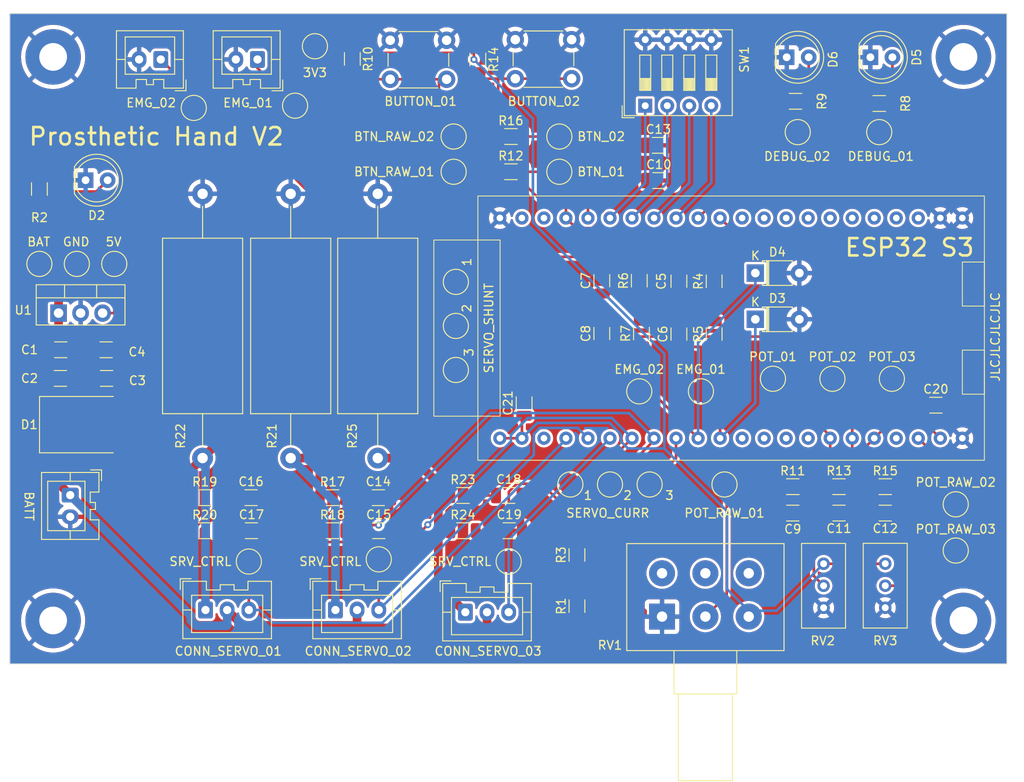
<source format=kicad_pcb>
(kicad_pcb (version 20221018) (generator pcbnew)
  (layers (0 "F.Cu" signal) (31 "B.Cu" signal) (34 "B.Paste" user) (35 "F.Paste" user) (36 "B.SilkS" user "B.Silkscreen") (37 "F.SilkS" user "F.Silkscreen") (38 "B.Mask" user) (39 "F.Mask" user) (44 "Edge.Cuts" user))
  (net 0 "")
  (net 1 "+3V3")
  (net 3 "SERVO_CONTROL_01")
  (net 4 "SERVO_CONTROL_02")
  (net 5 "SERVO_CONTROL_03")
  (net 6 "SERVO_CURR_01")
  (net 7 "SERVO_CURR_02")
  (net 8 "SERVO_CURR_03")
  (net 9 "EMG_SENSOR_01")
  (net 10 "EMG_SENSOR_02")
  (net 15 "POT_01")
  (net 16 "POT_02")
  (net 17 "POT_03")
  (net 19 "BATT_SENSE")
  (net 20 "+5V")
  (net 21 "GND")
  (net 31 "DEBUG_LED_01")
  (net 32 "DEBUG_LED_02")
  (net 33 "DIP_SWITCH_00")
  (net 34 "DIP_SWITCH_01")
  (net 35 "DIP_SWITCH_02")
  (net 36 "DIP_SWITCH_03")
  (net 37 "BUTTON_01")
  (net 38 "BUTTON_02")
  (net 41 "+BATT")
  (net 42 "Net-(C5-Pad1)")
  (net 43 "Net-(C14-Pad1)")
  (net 44 "Net-(D2-A)")
  (net 45 "Net-(D5-A)")
  (net 46 "Net-(D6-A)")
  (net 47 "Net-(J2-Pin_1)")
  (net 48 "Net-(J3-Pin_1)")
  (net 49 "Net-(J4-Pin_1)")
  (net 50 "Net-(J6-Pin_1)")
  (net 51 "Net-(J5-Pin_1)")
  (net 52 "Net-(R10-Pad2)")
  (net 53 "Net-(R11-Pad1)")
  (net 54 "Net-(C7-Pad1)")
  (net 55 "Net-(C16-Pad1)")
  (net 56 "Net-(C18-Pad1)")
  (net 57 "Net-(R13-Pad1)")
  (net 58 "Net-(R14-Pad2)")
  (net 59 "Net-(R15-Pad1)")
  (footprint "Capacitor_SMD:C_1206_3216Metric" (layer "F.Cu") (at 147.877 104.648)
    (fp_text reference "C17")
    (fp_text value "100nF" hide)
  )
  (footprint "TestPoint:TestPoint_Pad_D2.5mm" (layer "F.Cu") (at 210.8865 58.674)
    (fp_text reference "TP9" hide)
    (fp_text value "TP_DEBUG_02" hide)
  )
  (footprint "Capacitor_SMD:C_1206_3216Metric" (layer "F.Cu") (at 194.867 64.262)
    (fp_text reference "C10")
    (fp_text value "0.1uF" hide)
  )
  (footprint "Resistor_THT:R_Axial_DIN0922_L20.0mm_D9.0mm_P30.48mm_Horizontal" (layer "F.Cu") (at 162.442 96.271 90)
    (fp_text reference "R25")
    (fp_text value "0.1" hide)
  )
  (footprint "Connector_JST:JST_XA_B03B-XASK-1_1x03_P2.50mm_Vertical" (layer "F.Cu") (at 142.574 113.792)
    (fp_text reference "J5" hide)
    (fp_text value "CONN_SERVO_01" hide)
  )
  (footprint "Capacitor_SMD:C_1206_3216Metric" (layer "F.Cu") (at 210.312 102.616 180)
    (fp_text reference "C9")
    (fp_text value "0.1uF" hide)
  )
  (footprint "TestPoint:TestPoint_Pad_D2.5mm" (layer "F.Cu") (at 184.658 99.314)
    (fp_text reference "TP26" hide)
    (fp_text value "TP_SERVO_CURR_01" hide)
  )
  (footprint "TestPoint:TestPoint_Pad_D2.5mm" (layer "F.Cu") (at 183.388 59.182)
    (fp_text reference "TP20" hide)
    (fp_text value "TP_BTN_02" hide)
  )
  (footprint "Resistor_SMD:R_1206_3216Metric" (layer "F.Cu") (at 123.416 65.2363 90)
    (fp_text reference "R2")
    (fp_text value "10k" hide)
  )
  (footprint "Button_Switch_THT:SW_DIP_SPSTx04_Slide_9.78x12.34mm_W7.62mm_P2.54mm" (layer "F.Cu") (at 193.294 55.626 90)
    (fp_text reference "SW1")
    (fp_text value "DIP_SWITCH" hide)
  )
  (footprint "Resistor_SMD:R_1206_3216Metric" (layer "F.Cu") (at 210.6275 55.118 180)
    (fp_text reference "R9")
    (fp_text value "220" hide)
  )
  (footprint "MountingHole:MountingHole_3.2mm_M3_Pad" (layer "F.Cu") (at 230 115)
    (fp_text reference "H4" hide)
    (fp_text value "MountingHole_Pad" hide)
  )
  (footprint "TestPoint:TestPoint_Pad_D2.5mm" (layer "F.Cu") (at 147.574 108.204)
    (fp_text reference "TP22" hide)
    (fp_text value "TP_SERVO_CONTROL_01" hide)
  )
  (footprint "Capacitor_SMD:C_1206_3216Metric" (layer "F.Cu") (at 188.288 81.9065 90)
    (fp_text reference "C8")
    (fp_text value "1uF" hide)
  )
  (footprint "Resistor_SMD:R_1206_3216Metric" (layer "F.Cu") (at 192.86 81.9065 90)
    (fp_text reference "R7")
    (fp_text value "10k" hide)
  )
  (footprint "Capacitor_SMD:C_1206_3216Metric" (layer "F.Cu") (at 226.822 90.17)
    (fp_text reference "C20")
    (fp_text value "0.1uF" hide)
  )
  (footprint "Capacitor_SMD:C_1206_3216Metric" (layer "F.Cu") (at 194.818 60.198)
    (fp_text reference "C13")
    (fp_text value "0.1uF" hide)
  )
  (footprint "Capacitor_SMD:C_1206_3216Metric" (layer "F.Cu") (at 131.118 83.7783 180)
    (fp_text reference "C4")
    (fp_text value "0.1uF" hide)
  )
  (footprint "Diode_SMD:D_SMC" (layer "F.Cu") (at 128.34 92.4143)
    (fp_text reference "D1")
    (fp_text value "SK36" hide)
  )
  (footprint "TestPoint:TestPoint_Pad_D2.5mm" (layer "F.Cu") (at 183.388 63.246)
    (fp_text reference "TP14" hide)
    (fp_text value "TP_BTN_01" hide)
  )
  (footprint "TestPoint:TestPoint_Pad_D2.5mm" (layer "F.Cu") (at 229.108 101.6)
    (fp_text reference "TP15" hide)
    (fp_text value "TP_POT_RAW_02" hide)
  )
  (footprint "Resistor_THT:R_Axial_DIN0922_L20.0mm_D9.0mm_P30.48mm_Horizontal" (layer "F.Cu") (at 142.24 96.271 90)
    (fp_text reference "R22")
    (fp_text value "0.1" hide)
  )
  (footprint "TestPoint:TestPoint_Pad_D2.5mm" (layer "F.Cu") (at 220.2845 58.674)
    (fp_text reference "TP8" hide)
    (fp_text value "TP_DEBUG_01" hide)
  )
  (footprint "TestPoint:TestPoint_Pad_D2.5mm" (layer "F.Cu") (at 208.026 87.122)
    (fp_text reference "TP12" hide)
    (fp_text value "TP_POT_01" hide)
  )
  (footprint "TestPoint:TestPoint_Pad_D2.5mm" (layer "F.Cu") (at 177.546 108.204)
    (fp_text reference "TP27" hide)
    (fp_text value "TP_SERVO_CONTROL_03" hide)
  )
  (footprint "Capacitor_SMD:C_1206_3216Metric" (layer "F.Cu") (at 162.56 104.648)
    (fp_text reference "C15")
    (fp_text value "100nF" hide)
  )
  (footprint "TestPoint:TestPoint_Pad_D2.5mm" (layer "F.Cu") (at 202.438 99.314)
    (fp_text reference "TP11" hide)
    (fp_text value "TP_POT_RAW_01" hide)
  )
  (footprint "Resistor_SMD:R_1206_3216Metric" (layer "F.Cu") (at 220.98 99.568)
    (fp_text reference "R15")
    (fp_text value "10k" hide)
  )
  (footprint "LED_THT:LED_D5.0mm" (layer "F.Cu") (at 219.2635 50.038)
    (fp_text reference "D5")
    (fp_text value "LED RED" hide)
  )
  (footprint "Capacitor_SMD:C_1206_3216Metric" (layer "F.Cu") (at 215.646 102.616)
    (fp_text reference "C11")
    (fp_text value "0.1uF" hide)
  )
  (footprint "Resistor_SMD:R_1206_3216Metric" (layer "F.Cu") (at 159.512 50.2305 -90)
    (fp_text reference "R10")
    (fp_text value "10k" hide)
  )
  (footprint "Capacitor_SMD:C_1206_3216Metric" (layer "F.Cu") (at 125.882 83.7783)
    (fp_text reference "C1")
    (fp_text value "1uF" hide)
  )
  (footprint "Resistor_SMD:R_1206_3216Metric" (layer "F.Cu") (at 142.494 104.648)
    (fp_text reference "R20")
    (fp_text value "1k" hide)
  )
  (footprint "TestPoint:TestPoint_Pad_D2.5mm" (layer "F.Cu") (at 155.194 48.768)
    (fp_text reference "TP10" hide)
    (fp_text value "TP_3v3" hide)
  )
  (footprint "Resistor_SMD:R_1206_3216Metric" (layer "F.Cu") (at 177.8 63.246)
    (fp_text reference "R12")
    (fp_text value "10k" hide)
  )
  (footprint "TestPoint:TestPoint_Pad_D2.5mm" (layer "F.Cu") (at 229.108 106.934)
    (fp_text reference "TP17" hide)
    (fp_text value "TP_POT_RAW_03" hide)
  )
  (footprint "Diode_THT:D_T-1_P5.08mm_Horizontal" (layer "F.Cu") (at 205.994 74.93)
    (fp_text reference "D4")
    (fp_text value "5v1" hide)
  )
  (footprint "Resistor_SMD:R_1206_3216Metric" (layer "F.Cu") (at 201.242 81.968 90)
    (fp_text reference "R5")
    (fp_text value "10k" hide)
  )
  (footprint "Capacitor_SMD:C_1206_3216Metric" (layer "F.Cu") (at 197.178 81.968 90)
    (fp_text reference "C6")
    (fp_text value "1uF" hide)
  )
  (footprint "Capacitor_SMD:C_1206_3216Metric" (layer "F.Cu") (at 220.98 102.616)
    (fp_text reference "C12")
    (fp_text value "0.1uF" hide)
  )
  (footprint "Button_Switch_THT:SW_PUSH_6mm_H5mm" (layer "F.Cu") (at 178.308 48.006)
    (fp_text reference "SW3" hide)
    (fp_text value "BUTTON_02" hide)
  )
  (footprint "Connector_JST:JST_XA_B02B-XASK-1_1x02_P2.50mm_Vertical" (layer "F.Cu") (at 137.414 50.292 180)
    (fp_text reference "J3" hide)
    (fp_text value "EMG_SENSOR_02" hide)
  )
  (footprint "Resistor_SMD:R_1206_3216Metric" (layer "F.Cu") (at 185.42 113.3455 90)
    (fp_text reference "R1")
    (fp_text value "4k7" hide)
  )
  (footprint "Resistor_SMD:R_1206_3216Metric" (layer "F.Cu") (at 201.242 75.872 90)
    (fp_text reference "R4")
    (fp_text value "10k" hide)
  )
  (footprint "Potentiometer_THT:Potentiometer_Alps_RK163_Dual_Horizontal" (layer "F.Cu") (at 195.232 114.554 90)
    (fp_text reference "RV1")
    (fp_text value "Pot. 5k" hide)
  )
  (footprint "Resistor_SMD:R_1206_3216Metric" (layer "F.Cu") (at 215.646 99.568)
    (fp_text reference "R13")
    (fp_text value "10k" hide)
  )
  (footprint "Capacitor_SMD:C_1206_3216Metric" (layer "F.Cu") (at 197.178 75.872 90)
    (fp_text reference "C5")
    (fp_text value "1uF" hide)
  )
  (footprint "Button_Switch_THT:SW_PUSH_6mm_H5mm" (layer "F.Cu") (at 163.882 48.078)
    (fp_text reference "SW2" hide)
    (fp_text value "BUTTON_01" hide)
  )
  (footprint "Connector_JST:JST_XA_B03B-XASK-1_1x03_P2.50mm_Vertical" (layer "F.Cu") (at 157.56 113.792)
    (fp_text reference "J4" hide)
    (fp_text value "CONN_SERVO_02" hide)
  )
  (footprint "Resistor_SMD:R_1206_3216Metric" (layer "F.Cu") (at 192.606 75.8105 90)
    (fp_text reference "R6")
    (fp_text value "10k" hide)
  )
  (footprint "Capacitor_SMD:C_1206_3216Metric" (layer "F.Cu") (at 147.828 100.838)
    (fp_text reference "C16")
    (fp_text value "100nF" hide)
  )
  (footprint "Diode_THT:D_T-1_P5.08mm_Horizontal" (layer "F.Cu") (at 205.994 80.264)
    (fp_text reference "D3")
    (fp_text value "5v1" hide)
  )
  (footprint "Resistor_SMD:R_1206_3216Metric" (layer "F.Cu") (at 177.8 59.182)
    (fp_text reference "R16")
    (fp_text value "10k" hide)
  )
  (footprint "TestPoint:TestPoint_Pad_D2.5mm" (layer "F.Cu") (at 171.196 59.182)
    (fp_text reference "TP19" hide)
    (fp_text value "TP_BTN_RAW_02" hide)
  )
  (footprint "Resistor_SMD:R_1206_3216Metric" (layer "F.Cu") (at 210.312 99.568)
    (fp_text reference "R11")
    (fp_text value "10k" hide)
  )
  (footprint "TestPoint:TestPoint_Pad_D2.5mm" (layer "F.Cu") (at 192.606 88.572)
    (fp_text reference "TP7" hide)
    (fp_text value "TP_EMG_02_UC" hide)
  )
  (footprint "Resistor_SMD:R_1206_3216Metric" (layer "F.Cu") (at 157.226 104.648)
    (fp_text reference "R18")
    (fp_text value "1k" hide)
  )
  (footprint "MountingHole:MountingHole_3.2mm_M3_Pad" (layer "F.Cu") (at 125 50)
    (fp_text reference "H1" hide)
    (fp_text value "MountingHole_Pad" hide)
  )
  (footprint "TestPoint:TestPoint_Pad_D2.5mm" (layer "F.Cu") (at 152.908 55.626 -90)
    (fp_text reference "TP4" hide)
    (fp_text value "TP_EMG_01_IN" hide)
  )
  (footprint "MountingHole:MountingHole_3.2mm_M3_Pad" (layer "F.Cu") (at 125 115)
    (fp_text reference "H3" hide)
    (fp_text value "MountingHole_Pad" hide)
  )
  (footprint "Resistor_SMD:R_1206_3216Metric" (layer "F.Cu") (at 142.494 100.838)
    (fp_text reference "R19")
    (fp_text value "1k" hide)
  )
  (footprint "TestPoint:TestPoint_Pad_D2.5mm" (layer "F.Cu") (at 193.802 99.314)
    (fp_text reference "TP29" hide)
    (fp_text value "TP_SERVO_CURR_03" hide)
  )
  (footprint "Capacitor_SMD:C_1206_3216Metric" (layer "F.Cu") (at 131.167 87.0803 180)
    (fp_text reference "C3")
    (fp_text value "1uF" hide)
  )
  (footprint "Capacitor_SMD:C_1206_3216Metric" (layer "F.Cu") (at 179.324 89.916 90)
    (fp_text reference "C21")
    (fp_text value "0.1uF" hide)
  )
  (footprint "Potentiometer_THT:Potentiometer_Bourns_3296W_Vertical" (layer "F.Cu") (at 220.98 113.528 -90)
    (fp_text reference "RV3")
    (fp_text value "Trim Pot. 10k" hide)
  )
  (footprint "Capacitor_SMD:C_1206_3216Metric" (layer "F.Cu") (at 188.288 75.8105 90)
    (fp_text reference "C7")
    (fp_text value "1uF" hide)
  )
  (footprint "Resistor_SMD:R_1206_3216Metric" (layer "F.Cu") (at 220.2845 55.372)
    (fp_text reference "R8")
    (fp_text value "220" hide)
  )
  (footprint "TestPoint:TestPoint_Pad_D2.5mm" (layer "F.Cu") (at 171.196 63.246)
    (fp_text reference "TP13" hide)
    (fp_text value "TP_BTN_RAW_01" hide)
  )
  (footprint "Resistor_SMD:R_1206_3216Metric" (layer "F.Cu") (at 173.99 50.292 -90)
    (fp_text reference "R14")
    (fp_text value "10k" hide)
  )
  (footprint "Resistor_THT:R_Axial_DIN0922_L20.0mm_D9.0mm_P30.48mm_Horizontal" (layer "F.Cu") (at 152.4 96.271 90)
    (fp_text reference "R21")
    (fp_text value "0.1" hide)
  )
  (footprint "Connector_JST:JST_XA_B03B-XASK-1_1x03_P2.50mm_Vertical" (layer "F.Cu") (at 172.546 114.046)
    (fp_text reference "J6" hide)
    (fp_text value "CONN_SERVO_03" hide)
  )
  (footprint "Capacitor_SMD:C_1206_3216Metric" (layer "F.Cu") (at 125.833 87.0803)
    (fp_text reference "C2")
    (fp_text value "0.1uF" hide)
  )
  (footprint "Resistor_SMD:R_1206_3216Metric" (layer "F.Cu") (at 172.2735 104.648)
    (fp_text reference "R24")
    (fp_text value "1k" hide)
  )
  (footprint "LED_THT:LED_D5.0mm" (layer "F.Cu") (at 128.745 64.2203)
    (fp_text reference "D2")
    (fp_text value "LED GREEN" hide)
  )
  (footprint "TestPoint:TestPoint_Pad_D2.5mm" (layer "F.Cu") (at 189.23 99.314)
    (fp_text reference "TP24" hide)
    (fp_text value "TP_SERVO_CURR_02" hide)
  )
  (footprint "TestPoint:TestPoint_Pad_D2.5mm" (layer "F.Cu") (at 162.56 107.95)
    (fp_text reference "TP21" hide)
    (fp_text value "TP_SERVO_CONTROL_02" hide)
  )
  (footprint "FootprintLibrary:ESP32S3_DevModule" (layer "F.Cu") (at 204.47 81.28)
    (fp_text reference "A1" hide)
    (fp_text value "~" hide)
  )
  (footprint "Capacitor_SMD:C_1206_3216Metric" (layer "F.Cu") (at 177.6075 104.648)
    (fp_text reference "C19")
    (fp_text value "100nF" hide)
  )
  (footprint "Connector_JST:JST_XA_B02B-XASK-1_1x02_P2.50mm_Vertical" (layer "F.Cu") (at 148.57 50.292 180)
    (fp_text reference "J2" hide)
    (fp_text value "EMG_SENSOR_01" hide)
  )
  (footprint "Capacitor_SMD:C_1206_3216Metric" (layer "F.Cu") (at 162.511 100.838)
    (fp_text reference "C14")
    (fp_text value "100nF" hide)
  )
  (footprint "Capacitor_SMD:C_1206_3216Metric" (layer "F.Cu") (at 177.5585 100.584)
    (fp_text reference "C18")
    (fp_text value "100nF" hide)
  )
  (footprint "Connector_JST:JST_XA_B02B-XASK-1_1x02_P2.50mm_Vertical" (layer "F.Cu") (at 126.972 100.5423 -90)
    (fp_text reference "J1" hide)
    (fp_text value "BATT_CONNECTOR" hide)
  )
  (footprint "Potentiometer_THT:Potentiometer_Bourns_3296W_Vertical" (layer "F.Cu") (at 213.868 113.538 -90)
    (fp_text reference "RV2")
    (fp_text value "Trim Pot. 10k" hide)
  )
  (footprint "TestPoint:TestPoint_Pad_D2.5mm" (layer "F.Cu") (at 132.052 73.8723)
    (fp_text reference "TP2" hide)
    (fp_text value "TP_5V_REG" hide)
  )
  (footprint "Package_TO_SOT_THT:TO-220-3_Vertical" (layer "F.Cu") (at 125.628 79.5463)
    (fp_text reference "U1")
    (fp_text value "LM7805_TO220" hide)
  )
  (footprint "LED_THT:LED_D5.0mm" (layer "F.Cu") (at 209.6115 50.038)
    (fp_text reference "D6")
    (fp_text value "LED BLUE" hide)
  )
  (footprint "TestPoint:TestPoint_Pad_D2.5mm" (layer "F.Cu") (at 171.45 75.946 -90)
    (fp_text reference "TP25" hide)
    (fp_text value "TP_SERVO_CURR_RAW_01" hide)
  )
  (footprint "Resistor_SMD:R_1206_3216Metric" (layer "F.Cu") (at 172.2735 100.584)
    (fp_text reference "R23")
    (fp_text value "1k" hide)
  )
  (footprint "MountingHole:MountingHole_3.2mm_M3_Pad" (layer "F.Cu") (at 230 50)
    (fp_text reference "H2" hide)
    (fp_text value "MountingHole_Pad" hide)
  )
  (footprint "Resistor_SMD:R_1206_3216Metric" (layer "F.Cu") (at 157.226 100.838)
    (fp_text reference "R17")
    (fp_text value "1k" hide)
  )
  (footprint "TestPoint:TestPoint_Pad_D2.5mm" (layer "F.Cu") (at 127.734 73.8723)
    (fp_text reference "TP3" hide)
    (fp_text value "TP_GND" hide)
  )
  (footprint "TestPoint:TestPoint_Pad_D2.5mm" (layer "F.Cu") (at 171.45 86.106 -90)
    (fp_text reference "TP28" hide)
    (fp_text value "TP_SERVO_CURR_RAW_03" hide)
  )
  (footprint "TestPoint:TestPoint_Pad_D2.5mm" (layer "F.Cu") (at 221.742 87.122)
    (fp_text reference "TP18" hide)
    (fp_text value "TP_POT_03" hide)
  )
  (footprint "TestPoint:TestPoint_Pad_D2.5mm" (layer "F.Cu") (at 141.224 55.88 -90)
    (fp_text reference "TP6" hide)
    (fp_text value "TP_EMG_02_IN" hide)
  )
  (footprint "TestPoint:TestPoint_Pad_D2.5mm" (layer "F.Cu") (at 199.718 88.572)
    (fp_text reference "TP5" hide)
    (fp_text value "TP_EMG_01_UC" hide)
  )
  (footprint "TestPoint:TestPoint_Pad_D2.5mm" (layer "F.Cu") (at 214.884 87.122)
    (fp_text reference "TP16" hide)
    (fp_text value "TP_POT_02" hide)
  )
  (footprint "TestPoint:TestPoint_Pad_D2.5mm" (layer "F.Cu") (at 171.45 81.026 -90)
    (fp_text reference "TP23" hide)
    (fp_text value "TP_SERVO_CURR_RAW_02" hide)
  )
  (footprint "TestPoint:TestPoint_Pad_D2.5mm" (layer "F.Cu") (at 123.416 73.8723)
    (fp_text reference "TP1" hide)
    (fp_text value "TP_BATT" hide)
  )
  (footprint "Resistor_SMD:R_1206_3216Metric" (layer "F.Cu") (at 185.42 107.442 90)
    (fp_text reference "R3")
    (fp_text value "1k" hide)
  )
  (gr_rect (start 120 45) (end 235 120) (stroke (width 0.1)) (fill none) (layer "Edge.Cuts"))
  (gr_text "GND" (at 127.66 71.33234) (layer "F.SilkS") (effects (font (size 1 1))))
  (gr_text "BUTTON_01" (at 167.386 55.118) (layer "F.SilkS") (effects (font (size 1 1))))
  (gr_text "SERVO_SHUNT" (at 175.26 81.28 90) (layer "F.SilkS") (effects (font (size 1 1))))
  (gr_text "EMG_02" (at 133.35 55.88) (layer "F.SilkS") (effects (font (size 1 1)) (justify left bottom)))
  (gr_text "POT_02" (at 214.884 84.582) (layer "F.SilkS") (effects (font (size 1 1))))
  (gr_text "BTN_02" (at 188.214 59.182) (layer "F.SilkS") (effects (font (size 1 1))))
  (gr_text "BTN_01" (at 188.214 63.246) (layer "F.SilkS") (effects (font (size 1 1))))
  (gr_text "5V" (at 131.978 71.33234) (layer "F.SilkS") (effects (font (size 1 1))))
  (gr_text "CONN_SERVO_03" (at 168.91 119.126) (layer "F.SilkS") (effects (font (size 1 1)) (justify left bottom)))
  (gr_text "EMG_01" (at 144.526 55.88) (layer "F.SilkS") (effects (font (size 1 1)) (justify left bottom)))
  (gr_text "3V3" (at 155.194 51.816) (layer "F.SilkS") (effects (font (size 1 1))))
  (gr_text "POT_RAW_03" (at 229.108 104.468) (layer "F.SilkS") (effects (font (size 1 1))))
  (gr_text "JLCJLCJLCJLC" (at 233.68 82.296 90) (layer "F.SilkS") (effects (font (size 1 1))))
  (gr_text "3" (at 196.088 100.584) (layer "F.SilkS") (effects (font (size 1 1))))
  (gr_text "EMG_02" (at 192.606 86.032) (layer "F.SilkS") (effects (font (size 1 1))))
  (gr_text "BATT" (at 121.638 100.03434 270) (layer "F.SilkS") (effects (font (size 1 1)) (justify left bottom)))
  (gr_text "BTN_RAW_01" (at 164.338 63.246) (layer "F.SilkS") (effects (font (size 1 1))))
  (gr_text "BTN_RAW_02" (at 164.338 59.182) (layer "F.SilkS") (effects (font (size 1 1))))
  (gr_text "BUTTON_02" (at 181.61 55.118) (layer "F.SilkS") (effects (font (size 1 1))))
  (gr_text "2" (at 191.262 100.584) (layer "F.SilkS") (effects (font (size 1 1))))
  (gr_text "SRV_CTRL" (at 156.972 108.204) (layer "F.SilkS") (effects (font (size 1 1))))
  (gr_text "CONN_SERVO_01" (at 138.938 119.126) (layer "F.SilkS") (effects (font (size 1 1)) (justify left bottom)))
  (gr_text "EMG_01" (at 199.718 86.032) (layer "F.SilkS") (effects (font (size 1 1))))
  (gr_text "CONN_SERVO_02" (at 153.924 119.126) (layer "F.SilkS") (effects (font (size 1 1)) (justify left bottom)))
  (gr_text "DEBUG_01" (at 220.472 61.468) (layer "F.SilkS") (effects (font (size 1 1))))
  (gr_text "POT_RAW_02" (at 229.108 99.06) (layer "F.SilkS") (effects (font (size 1 1))))
  (gr_text "POT_RAW_01" (at 202.438 102.616) (layer "F.SilkS") (effects (font (size 1 1))))
  (gr_text "BAT" (at 123.342 71.33234) (layer "F.SilkS") (effects (font (size 1 1))))
  (gr_text "2" (at 172.72 78.994 90) (layer "F.SilkS") (effects (font (size 1 1))))
  (gr_text "SRV_CTRL" (at 171.958 108.204) (layer "F.SilkS") (effects (font (size 1 1))))
  (gr_text "DEBUG_02" (at 210.82 61.468) (layer "F.SilkS") (effects (font (size 1 1))))
  (gr_text "POT_01" (at 208.026 84.582) (layer "F.SilkS") (effects (font (size 1 1))))
  (gr_text "SRV_CTRL" (at 141.986 108.204) (layer "F.SilkS") (effects (font (size 1 1))))
  (gr_text "3" (at 172.974 84.074 90) (layer "F.SilkS") (effects (font (size 1 1))))
  (gr_text "Prosthetic Hand V2" (at 136.906 59.182) (layer "F.SilkS") (effects (font (size 2 2) (thickness 0.3))))
  (gr_text "POT_03" (at 221.742 84.582) (layer "F.SilkS") (effects (font (size 1 1))))
  (gr_text "ESP32 S3" (at 216.154 73.152) (layer "F.SilkS") (effects (font (size 2 2) (thickness 0.3)) (justify left bottom)))
  (gr_text "SERVO_CURR" (at 188.976 102.616) (layer "F.SilkS") (effects (font (size 1 1))))
  (gr_text "1" (at 172.72 73.66 90) (layer "F.SilkS") (effects (font (size 1 1))))
  (gr_text "1" (at 186.69 100.584) (layer "F.SilkS") (effects (font (size 1 1))))
  (segment (start 173.99 49.0716) (end 173.99 48.8295) (width 0.3) (layer "F.Cu") (net 1))
  (segment (start 160.2768 49.5328) (end 173.5288 49.5328) (width 0.3) (layer "F.Cu") (net 1))
  (segment (start 173.5288 49.5328) (end 173.99 49.0716) (width 0.3) (layer "F.Cu") (net 1))
  (segment (start 159.512 48.768) (end 155.194 48.768) (width 0.3) (layer "F.Cu") (net 1))
  (segment (start 179.07 93.98) (end 176.53 93.98) (width 0.3) (layer "F.Cu") (net 1))
  (segment (start 159.512 48.768) (end 160.2768 49.5328) (width 0.3) (layer "F.Cu") (net 1))
  (segment (start 220.97 108.458) (end 220.98 108.448) (width 0.3) (layer "F.Cu") (net 1))
  (segment (start 179.07 93.98) (end 179.07 91.645) (width 0.3) (layer "F.Cu") (net 1))
  (segment (start 173.5288 50.292) (end 173.5288 49.5328) (width 0.3) (layer "F.Cu") (net 1))
  (segment (start 179.07 91.645) (end 179.324 91.391) (width 0.3) (layer "F.Cu") (net 1))
  (segment (start 213.868 108.458) (end 220.97 108.458) (width 0.3) (layer "F.Cu") (net 1))
  (via (at 173.5288 50.292) (size 0.8) (drill 0.4) (layers "F.Cu" "B.Cu") (net 1))
  (segment (start 180.8315 92.2185) (end 189.1713 92.2185) (width 0.3) (layer "B.Cu") (net 1))
  (segment (start 180.34 57.1032) (end 173.5288 50.292) (width 0.3) (layer "B.Cu") (net 1))
  (segment (start 213.868 108.458) (end 208.4474 113.8786) (width 0.3) (layer "B.Cu") (net 1))
  (segment (start 191.3109 95.1692) (end 195.5006 95.1692) (width 0.3) (layer "B.Cu") (net 1))
  (segment (start 202.732 102.4006) (end 202.732 111.3786) (width 0.3) (layer "B.Cu") (net 1))
  (segment (start 195.5006 95.1692) (end 195.5006 84.2448) (width 0.3) (layer "B.Cu") (net 1))
  (segment (start 208.4474 113.8786) (end 205.232 113.8786) (width 0.3) (layer "B.Cu") (net 1))
  (segment (start 190.5 94.3583) (end 191.3109 95.1692) (width 0.3) (layer "B.Cu") (net 1))
  (segment (start 179.07 93.98) (end 180.8315 92.2185) (width 0.3) (layer "B.Cu") (net 1))
  (segment (start 180.34 69.0842) (end 180.34 57.1032) (width 0.3) (layer "B.Cu") (net 1))
  (segment (start 189.1713 92.2185) (end 190.5 93.5472) (width 0.3) (layer "B.Cu") (net 1))
  (segment (start 202.732 111.3786) (end 205.232 113.8786) (width 0.3) (layer "B.Cu") (net 1))
  (segment (start 195.5006 84.2448) (end 180.34 69.0842) (width 0.3) (layer "B.Cu") (net 1))
  (segment (start 205.232 113.8786) (end 205.232 114.554) (width 0.3) (layer "B.Cu") (net 1))
  (segment (start 190.5 93.5472) (end 190.5 94.3583) (width 0.3) (layer "B.Cu") (net 1))
  (segment (start 195.5006 95.1692) (end 202.732 102.4006) (width 0.3) (layer "B.Cu") (net 1))
  (segment (start 147.574 113.792) (end 147.574 108.204) (width 0.3) (layer "F.Cu") (net 3))
  (segment (start 147.574 113.792) (end 148.8259 113.792) (width 0.3) (layer "B.Cu") (net 3))
  (segment (start 184.15 94.1079) (end 184.15 93.98) (width 0.3) (layer "B.Cu") (net 3))
  (segment (start 162.9887 115.2692) (end 184.15 94.1079) (width 0.3) (layer "B.Cu") (net 3))
  (segment (start 148.8259 113.792) (end 150.3031 115.2692) (width 0.3) (layer "B.Cu") (net 3))
  (segment (start 150.3031 115.2692) (end 162.9887 115.2692) (width 0.3) (layer "B.Cu") (net 3))
  (segment (start 162.56 113.792) (end 162.56 107.95) (width 0.3) (layer "F.Cu") (net 4))
  (segment (start 180.4461 93.498) (end 181.1526 92.7915) (width 0.3) (layer "B.Cu") (net 4))
  (segment (start 181.1526 92.7915) (end 185.5015 92.7915) (width 0.3) (layer "B.Cu") (net 4))
  (segment (start 180.4461 95.9059) (end 180.4461 93.498) (width 0.3) (layer "B.Cu") (net 4))
  (segment (start 185.5015 92.7915) (end 186.69 93.98) (width 0.3) (layer "B.Cu") (net 4))
  (segment (start 162.56 113.792) (end 180.4461 95.9059) (width 0.3) (layer "B.Cu") (net 4))
  (segment (start 177.546 114.046) (end 177.546 108.204) (width 0.3) (layer "F.Cu") (net 5))
  (segment (start 189.23 93.98) (end 177.546 105.664) (width 0.3) (layer "B.Cu") (net 5))
  (segment (start 177.546 105.664) (end 177.546 114.046) (width 0.3) (layer "B.Cu") (net 5))
  (segment (start 147.7068 105.9528) (end 166.2136 105.9528) (width 0.3) (layer "F.Cu") (net 6))
  (segment (start 166.2136 105.9528) (end 168.2118 103.9546) (width 0.3) (layer "F.Cu") (net 6))
  (segment (start 191.77 93.98) (end 186.436 99.314) (width 0.3) (layer "F.Cu") (net 6))
  (segment (start 143.9565 104.648) (end 146.402 104.648) (width 0.3) (layer "F.Cu") (net 6))
  (segment (start 186.436 99.314) (end 184.658 99.314) (width 0.3) (layer "F.Cu") (net 6))
  (segment (start 146.402 104.648) (end 147.7068 105.9528) (width 0.3) (layer "F.Cu") (net 6))
  (via (at 168.2118 103.9546) (size 0.8) (drill 0.4) (layers "F.Cu" "B.Cu") (net 6))
  (segment (start 179.745 91.6455) (end 177.8 93.5905) (width 0.3) (layer "B.Cu") (net 6))
  (segment (start 177.8 93.5905) (end 177.8 94.3664) (width 0.3) (layer "B.Cu") (net 6))
  (segment (start 177.8 94.3664) (end 168.2118 103.9546) (width 0.3) (layer "B.Cu") (net 6))
  (segment (start 191.77 93.98) (end 189.4355 91.6455) (width 0.3) (layer "B.Cu") (net 6))
  (segment (start 189.4355 91.6455) (end 179.745 91.6455) (width 0.3) (layer "B.Cu") (net 6))
  (segment (start 194.31 94.234) (end 189.23 99.314) (width 0.3) (layer "F.Cu") (net 7))
  (segment (start 161.7285 104.0045) (end 162.5355 104.0045) (width 0.3) (layer "F.Cu") (net 7))
  (segment (start 194.31 93.98) (end 194.31 94.234) (width 0.3) (layer "F.Cu") (net 7))
  (segment (start 158.6885 104.648) (end 161.085 104.648) (width 0.3) (layer "F.Cu") (net 7))
  (segment (start 161.085 104.648) (end 161.7285 104.0045) (width 0.3) (layer "F.Cu") (net 7))
  (via (at 162.5355 104.0045) (size 0.8) (drill 0.4) (layers "F.Cu" "B.Cu") (net 7))
  (segment (start 175.4635 91.0765) (end 162.5355 104.0045) (width 0.3) (layer "B.Cu") (net 7))
  (segment (start 194.31 93.98) (end 191.4065 91.0765) (width 0.3) (layer "B.Cu") (net 7))
  (segment (start 191.4065 91.0765) (end 175.4635 91.0765) (width 0.3) (layer "B.Cu") (net 7))
  (segment (start 196.85 96.266) (end 193.802 99.314) (width 0.3) (layer "F.Cu") (net 8))
  (segment (start 193.802 99.314) (end 192.1332 100.9828) (width 0.3) (layer "F.Cu") (net 8))
  (segment (start 196.85 93.98) (end 196.85 96.266) (width 0.3) (layer "F.Cu") (net 8))
  (segment (start 192.1332 100.9828) (end 183.0987 100.9828) (width 0.3) (layer "F.Cu") (net 8))
  (segment (start 177.5585 103.222) (end 176.1325 104.648) (width 0.3) (layer "F.Cu") (net 8))
  (segment (start 177.5585 100.16) (end 177.5585 103.222) (width 0.3) (layer "F.Cu") (net 8))
  (segment (start 178.4878 99.2307) (end 177.5585 100.16) (width 0.3) (layer "F.Cu") (net 8))
  (segment (start 183.0987 100.9828) (end 181.3466 99.2307) (width 0.3) (layer "F.Cu") (net 8))
  (segment (start 181.3466 99.2307) (end 178.4878 99.2307) (width 0.3) (layer "F.Cu") (net 8))
  (segment (start 176.1325 104.648) (end 173.736 104.648) (width 0.3) (layer "F.Cu") (net 8))
  (segment (start 201.2295 83.443) (end 199.718 83.443) (width 0.3) (layer "F.Cu") (net 9))
  (segment (start 201.93 93.98) (end 201.93 90.784) (width 0.3) (layer "F.Cu") (net 9))
  (segment (start 201.242 83.4305) (end 201.2295 83.443) (width 0.3) (layer "F.Cu") (net 9))
  (segment (start 201.93 90.784) (end 199.718 88.572) (width 0.3) (layer "F.Cu") (net 9))
  (segment (start 199.718 88.572) (end 199.718 83.443) (width 0.3) (layer "F.Cu") (net 9))
  (segment (start 199.718 83.443) (end 197.178 83.443) (width 0.3) (layer "F.Cu") (net 9))
  (segment (start 205.994 89.916) (end 205.994 80.264) (width 0.3) (layer "B.Cu") (net 9))
  (segment (start 201.93 93.98) (end 205.994 89.916) (width 0.3) (layer "B.Cu") (net 9))
  (segment (start 192.606 83.3815) (end 192.606 88.572) (width 0.3) (layer "F.Cu") (net 10))
  (segment (start 193.982 88.572) (end 192.606 88.572) (width 0.3) (layer "F.Cu") (net 10))
  (segment (start 192.86 83.369) (end 192.8475 83.3815) (width 0.3) (layer "F.Cu") (net 10))
  (segment (start 192.8475 83.3815) (end 192.606 83.3815) (width 0.3) (layer "F.Cu") (net 10))
  (segment (start 192.606 83.3815) (end 188.288 83.3815) (width 0.3) (layer "F.Cu") (net 10))
  (segment (start 199.39 93.98) (end 193.982 88.572) (width 0.3) (layer "F.Cu") (net 10))
  (segment (start 205.994 76.3319) (end 199.39 82.9359) (width 0.3) (layer "B.Cu") (net 10))
  (segment (start 199.39 82.9359) (end 199.39 93.98) (width 0.3) (layer "B.Cu") (net 10))
  (segment (start 205.994 74.93) (end 205.994 76.3319) (width 0.3) (layer "B.Cu") (net 10))
  (segment (start 214.63 93.726) (end 214.63 93.98) (width 0.3) (layer "F.Cu") (net 15))
  (segment (start 214.63 96.725) (end 211.787 99.568) (width 0.3) (layer "F.Cu") (net 15))
  (segment (start 211.787 99.568) (end 211.787 102.616) (width 0.3) (layer "F.Cu") (net 15))
  (segment (start 214.63 93.98) (end 214.63 96.725) (width 0.3) (layer "F.Cu") (net 15))
  (segment (start 211.787 99.568) (end 211.7745 99.568) (width 0.3) (layer "F.Cu") (net 15))
  (segment (start 208.026 87.122) (end 214.63 93.726) (width 0.3) (layer "F.Cu") (net 15))
  (segment (start 217.1085 99.568) (end 217.17 99.5065) (width 0.3) (layer "F.Cu") (net 16))
  (segment (start 217.17 93.98) (end 217.17 89.408) (width 0.3) (layer "F.Cu") (net 16))
  (segment (start 217.1085 99.568) (end 214.171 102.5055) (width 0.3) (layer "F.Cu") (net 16))
  (segment (start 214.171 102.5055) (end 214.171 102.616) (width 0.3) (layer "F.Cu") (net 16))
  (segment (start 217.17 89.408) (end 214.884 87.122) (width 0.3) (layer "F.Cu") (net 16))
  (segment (start 217.17 99.5065) (end 217.17 93.98) (width 0.3) (layer "F.Cu") (net 16))
  (segment (start 221.742 91.948) (end 219.71 93.98) (width 0.3) (layer "F.Cu") (net 17))
  (segment (start 221.742 87.122) (end 221.742 91.948) (width 0.3) (layer "F.Cu") (net 17))
  (segment (start 218.5159 95.1741) (end 219.71 93.98) (width 0.3) (layer "F.Cu") (net 17))
  (segment (start 218.9641 100.8821) (end 218.5159 100.4339) (width 0.3) (layer "F.Cu") (net 17))
  (segment (start 222.4425 99.568) (end 221.1284 100.8821) (width 0.3) (layer "F.Cu") (net 17))
  (segment (start 221.1284 100.8821) (end 219.505 100.8821) (width 0.3) (layer "F.Cu") (net 17))
  (segment (start 218.5159 100.4339) (end 218.5159 95.1741) (width 0.3) (layer "F.Cu") (net 17))
  (segment (start 219.505 100.8821) (end 219.505 102.616) (width 0.3) (layer "F.Cu") (net 17))
  (segment (start 219.505 100.8821) (end 218.9641 100.8821) (width 0.3) (layer "F.Cu") (net 17))
  (segment (start 185.42 108.9045) (end 185.42 111.883) (width 0.3) (layer "F.Cu") (net 19))
  (segment (start 231.322 107.1081) (end 221.4194 117.0107) (width 0.3) (layer "F.Cu") (net 19))
  (segment (start 231.322 100.512) (end 231.322 107.1081) (width 0.3) (layer "F.Cu") (net 19))
  (segment (start 224.79 93.98) (end 231.322 100.512) (width 0.3) (layer "F.Cu") (net 19))
  (segment (start 221.4194 117.0107) (end 190.5477 117.0107) (width 0.3) (layer "F.Cu") (net 19))
  (segment (start 190.5477 117.0107) (end 185.42 111.883) (width 0.3) (layer "F.Cu") (net 19))
  (segment (start 132.642 87.0803) (end 132.593 87.0313) (width 0.3) (layer "F.Cu") (net 20))
  (segment (start 227.33 93.98) (end 225.347 91.997) (width 0.3) (layer "F.Cu") (net 20))
  (segment (start 188.8341 79.0643) (end 192.0284 82.2586) (width 0.3) (layer "F.Cu") (net 20))
  (segment (start 225.347 91.997) (end 225.347 90.17) (width 0.3) (layer "F.Cu") (net 20))
  (segment (start 182.913 74.2211) (end 187.7562 79.0643) (width 0.3) (layer "F.Cu") (net 20))
  (segment (start 192.0284 82.2586) (end 219.2146 82.2586) (width 0.3) (layer "F.Cu") (net 20))
  (segment (start 132.593 87.0313) (end 132.593 83.7783) (width 0.3) (layer "F.Cu") (net 20))
  (segment (start 132.052 74.2211) (end 182.913 74.2211) (width 0.3) (layer "F.Cu") (net 20))
  (segment (start 130.708 79.5463) (end 132.052 79.5463) (width 0.3) (layer "F.Cu") (net 20))
  (segment (start 132.052 79.5463) (end 132.593 80.0873) (width 0.3) (layer "F.Cu") (net 20))
  (segment (start 132.052 73.8723) (end 132.052 74.2211) (width 0.3) (layer "F.Cu") (net 20))
  (segment (start 187.7562 79.0643) (end 188.8341 79.0643) (width 0.3) (layer "F.Cu") (net 20))
  (segment (start 132.593 80.0873) (end 132.593 83.7783) (width 0.3) (layer "F.Cu") (net 20))
  (segment (start 225.347 88.391) (end 225.347 90.17) (width 0.3) (layer "F.Cu") (net 20))
  (segment (start 219.2146 82.2586) (end 225.347 88.391) (width 0.3) (layer "F.Cu") (net 20))
  (segment (start 132.052 74.2211) (end 132.052 79.5463) (width 0.3) (layer "F.Cu") (net 20))
  (segment (start 193.3301 113.8896) (end 185.42 105.9795) (width 0.3) (layer "F.Cu") (net 21))
  (segment (start 179.0335 104.599) (end 179.0825 104.648) (width 0.3) (layer "F.Cu") (net 21))
  (segment (start 194.2811 114.554) (end 195.232 114.554) (width 0.3) (layer "F.Cu") (net 21))
  (segment (start 164.035 104.648) (end 163.986 104.599) (width 0.3) (layer "F.Cu") (net 21))
  (segment (start 194.2811 114.554) (end 193.3301 114.554) (width 0.3) (layer "F.Cu") (net 21))
  (segment (start 179.0335 100.584) (end 179.0335 104.599) (width 0.3) (layer "F.Cu") (net 21))
  (segment (start 180.414 105.9795) (end 179.0825 104.648) (width 0.3) (layer "F.Cu") (net 21))
  (segment (start 193.3301 114.554) (end 193.3301 113.8896) (width 0.3) (layer "F.Cu") (net 21))
  (segment (start 163.986 104.599) (end 163.986 100.838) (width 0.3) (layer "F.Cu") (net 21))
  (segment (start 185.42 105.9795) (end 180.414 105.9795) (width 0.3) (layer "F.Cu") (net 21))
  (segment (start 205.74 68.1919) (end 215.2579 58.674) (width 0.3) (layer "F.Cu") (net 31))
  (segment (start 215.2579 58.674) (end 218.822 58.674) (width 0.3) (layer "F.Cu") (net 31))
  (segment (start 218.822 55.372) (end 218.822 58.674) (width 0.3) (layer "F.Cu") (net 31))
  (segment (start 218.822 58.674) (end 220.2845 58.674) (width 0.3) (layer "F.Cu") (net 31))
  (segment (start 204.9235 69.7826) (end 205.74 68.9661) (width 0.3) (layer "F.Cu") (net 31))
  (segment (start 203.1326 69.7826) (end 204.9235 69.7826) (width 0.3) (layer "F.Cu") (net 31))
  (segment (start 205.74 68.9661) (end 205.74 68.1919) (width 0.3) (layer "F.Cu") (net 31))
  (segment (start 201.93 68.58) (end 203.1326 69.7826) (width 0.3) (layer "F.Cu") (net 31))
  (segment (start 209.165 58.543) (end 209.296 58.674) (width 0.3) (layer "F.Cu") (net 32))
  (segment (start 209.165 55.118) (end 209.165 58.543) (width 0.3) (layer "F.Cu") (net 32))
  (segment (start 199.39 68.58) (end 209.296 58.674) (width 0.3) (layer "F.Cu") (net 32))
  (segment (start 209.296 58.674) (end 210.8865 58.674) (width 0.3) (layer "F.Cu") (net 32))
  (segment (start 193.294 64.516) (end 189.23 68.58) (width 0.3) (layer "B.Cu") (net 33))
  (segment (start 193.294 55.626) (end 193.294 64.516) (width 0.3) (layer "B.Cu") (net 33))
  (segment (start 195.834 55.626) (end 195.834 64.516) (width 0.3) (layer "B.Cu") (net 34))
  (segment (start 195.834 64.516) (end 191.77 68.58) (width 0.3) (layer "B.Cu") (net 34))
  (segment (start 198.374 64.516) (end 198.374 55.626) (width 0.3) (layer "B.Cu") (net 35))
  (segment (start 194.31 68.58) (end 198.374 64.516) (width 0.3) (layer "B.Cu") (net 35))
  (segment (start 196.85 68.58) (end 200.914 64.516) (width 0.3) (layer "B.Cu") (net 36))
  (segment (start 200.914 64.516) (end 200.914 55.626) (width 0.3) (layer "B.Cu") (net 36))
  (segment (start 191.895 64.262) (end 193.392 64.262) (width 0.3) (layer "F.Cu") (net 37))
  (segment (start 184.15 68.58) (end 184.15 64.008) (width 0.3) (layer "F.Cu") (net 37))
  (segment (start 187.1891 69.7472) (end 187.96 68.9763) (width 0.3) (layer "F.Cu") (net 37))
  (segment (start 187.96 68.197) (end 191.895 64.262) (width 0.3) (layer "F.Cu") (net 37))
  (segment (start 184.15 64.008) (end 183.388 63.246) (width 0.3) (layer "F.Cu") (net 37))
  (segment (start 179.2625 63.246) (end 183.388 63.246) (width 0.3) (layer "F.Cu") (net 37))
  (segment (start 187.96 68.9763) (end 187.96 68.197) (width 0.3) (layer "F.Cu") (net 37))
  (segment (start 185.3172 69.7472) (end 187.1891 69.7472) (width 0.3) (layer "F.Cu") (net 37))
  (segment (start 184.15 68.58) (end 185.3172 69.7472) (width 0.3) (layer "F.Cu") (net 37))
  (segment (start 186.69 62.484) (end 183.388 59.182) (width 0.3) (layer "F.Cu") (net 38))
  (segment (start 183.388 59.182) (end 179.2625 59.182) (width 0.3) (layer "F.Cu") (net 38))
  (segment (start 186.69 68.58) (end 186.69 62.484) (width 0.3) (layer "F.Cu") (net 38))
  (segment (start 191.057 62.484) (end 193.343 60.198) (width 0.3) (layer "F.Cu") (net 38))
  (segment (start 186.69 62.484) (end 191.057 62.484) (width 0.3) (layer "F.Cu") (net 38))
  (segment (start 125.628 79.5463) (end 125.628 76.0843) (width 1) (layer "F.Cu") (net 41))
  (segment (start 160.06 115.5689) (end 160.3514 115.8603) (width 1) (layer "F.Cu") (net 41))
  (segment (start 185.42 114.808) (end 184.4051 115.8229) (width 1) (layer "F.Cu") (net 41))
  (segment (start 146.8522 115.5702) (end 160.0587 115.5702) (width 1) (layer "F.Cu") (net 41))
  (segment (start 124.94 98.5103) (end 124.94 92.4143) (width 1) (layer "F.Cu") (net 41))
  (segment (start 184.4051 115.8229) (end 175.0465 115.8229) (width 1) (layer "F.Cu") (net 41))
  (segment (start 124.94 92.4143) (end 124.94 87.6623) (width 1) (layer "F.Cu") (net 41))
  (segment (start 175.046 114.046) (end 175.046 115.8224) (width 1) (layer "F.Cu") (net 41))
  (segment (start 160.0587 115.5702) (end 160.06 115.5689) (width 1) (layer "F.Cu") (net 41))
  (segment (start 125.628 81.3482) (end 124.407 82.5692) (width 1) (layer "F.Cu") (net 41))
  (segment (start 124.358 83.8273) (end 124.358 87.0803) (width 1) (layer "F.Cu") (net 41))
  (segment (start 175.0086 115.8603) (end 175.046 115.8229) (width 1) (layer "F.Cu") (net 41))
  (segment (start 175.046 115.8224) (end 175.046 115.8229) (width 1) (layer "F.Cu") (net 41))
  (segment (start 124.407 82.5692) (end 124.407 83.7783) (width 1) (layer "F.Cu") (net 41))
  (segment (start 126.972 100.5423) (end 124.94 98.5103) (width 1) (layer "F.Cu") (net 41))
  (segment (start 145.074 113.792) (end 146.8522 115.5702) (width 1) (layer "F.Cu") (net 41))
  (segment (start 160.06 113.792) (end 160.06 115.5689) (width 1) (layer "F.Cu") (net 41))
  (segment (start 124.407 83.7783) (end 124.358 83.8273) (width 1) (layer "F.Cu") (net 41))
  (segment (start 175.0465 115.8229) (end 175.046 115.8224) (width 1) (layer "F.Cu") (net 41))
  (segment (start 124.94 87.6623) (end 124.358 87.0803) (width 1) (layer "F.Cu") (net 41))
  (segment (start 160.3514 115.8603) (end 175.0086 115.8603) (width 1) (layer "F.Cu") (net 41))
  (segment (start 123.416 73.8723) (end 123.416 66.6988) (width 1) (layer "F.Cu") (net 41))
  (segment (start 125.628 76.0843) (end 123.416 73.8723) (width 1) (layer "F.Cu") (net 41))
  (segment (start 125.628 79.5463) (end 125.628 81.3482) (width 1) (layer "F.Cu") (net 41))
  (segment (start 141.5073 115.6083) (end 145.0346 115.6083) (width 1) (layer "B.Cu") (net 41))
  (segment (start 126.972 100.5423) (end 140.8791 114.4494) (width 1) (layer "B.Cu") (net 41))
  (segment (start 140.8791 114.9801) (end 141.5073 115.6083) (width 1) (layer "B.Cu") (net 41))
  (segment (start 145.0346 115.6083) (end 145.074 115.5689) (width 1) (layer "B.Cu") (net 41))
  (segment (start 140.8791 114.4494) (end 140.8791 114.9801) (width 1) (layer "B.Cu") (net 41))
  (segment (start 145.074 113.792) (end 145.074 115.5689) (width 1) (layer "B.Cu") (net 41))
  (segment (start 197.1905 77.3345) (end 197.178 77.347) (width 0.3) (layer "F.Cu") (net 42))
  (segment (start 201.242 77.3345) (end 197.1905 77.3345) (width 0.3) (layer "F.Cu") (net 42))
  (segment (start 201.242 80.5055) (end 201.242 77.3345) (width 0.3) (layer "F.Cu") (net 42))
  (segment (start 155.7635 104.648) (end 155.7635 103.763) (width 0.3) (layer "F.Cu") (net 43))
  (segment (start 158.6885 100.838) (end 161.036 100.838) (width 0.3) (layer "F.Cu") (net 43))
  (segment (start 155.7635 103.763) (end 158.6885 100.838) (width 0.3) (layer "F.Cu") (net 43))
  (segment (start 125.1644 65.5222) (end 123.416 63.7738) (width 0.3) (layer "F.Cu") (net 44))
  (segment (start 131.285 64.2203) (end 129.9831 65.5222) (width 0.3) (layer "F.Cu") (net 44))
  (segment (start 129.9831 65.5222) (end 125.1644 65.5222) (width 0.3) (layer "F.Cu") (net 44))
  (segment (start 221.8035 55.3155) (end 221.747 55.372) (width 0.3) (layer "F.Cu") (net 45))
  (segment (start 221.8035 50.038) (end 221.8035 55.3155) (width 0.3) (layer "F.Cu") (net 45))
  (segment (start 212.1515 50.038) (end 212.1515 55.0565) (width 0.3) (layer "F.Cu") (net 46))
  (segment (start 212.1515 55.0565) (end 212.09 55.118) (width 0.3) (layer "F.Cu") (net 46))
  (segment (start 182.88 68.9623) (end 184.2215 70.3038) (width 0.3) (layer "F.Cu") (net 47))
  (segment (start 148.57 50.292) (end 148.57 51.288) (width 0.3) (layer "F.Cu") (net 47))
  (segment (start 184.2215 70.3038) (end 197.1363 70.3038) (width 0.3) (layer "F.Cu") (net 47))
  (segment (start 152.908 55.626) (end 158.0395 55.626) (width 0.3) (layer "F.Cu") (net 47))
  (segment (start 179.7796 65.0896) (end 182.88 68.19) (width 0.3) (layer "F.Cu") (net 47))
  (segment (start 158.0395 55.626) (end 167.5031 65.0896) (width 0.3) (layer "F.Cu") (net 47))
  (segment (start 197.1363 70.3038) (end 201.242 74.4095) (width 0.3) (layer "F.Cu") (net 47))
  (segment (start 148.57 51.288) (end 152.908 55.626) (width 0.3) (layer "F.Cu") (net 47))
  (segment (start 182.88 68.19) (end 182.88 68.9623) (width 0.3) (layer "F.Cu") (net 47))
  (segment (start 167.5031 65.0896) (end 179.7796 65.0896) (width 0.3) (layer "F.Cu") (net 47))
  (segment (start 141.224 55.88) (end 144.7544 55.88) (width 0.3) (layer "F.Cu") (net 48))
  (segment (start 191.3145 73.0565) (end 192.606 74.348) (width 0.3) (layer "F.Cu") (net 48))
  (segment (start 144.7544 55.88) (end 161.9309 73.0565) (width 0.3) (layer "F.Cu") (net 48))
  (segment (start 141.224 54.102) (end 141.224 55.88) (width 0.3) (layer "F.Cu") (net 48))
  (segment (start 137.414 50.292) (end 141.224 54.102) (width 0.3) (layer "F.Cu") (net 48))
  (segment (start 161.9309 73.0565) (end 191.3145 73.0565) (width 0.3) (layer "F.Cu") (net 48))
  (segment (start 155.7635 100.838) (end 155.7635 96.271) (width 1) (layer "F.Cu") (net 49))
  (segment (start 155.7635 96.271) (end 152.4 96.271) (width 1) (layer "F.Cu") (net 49))
  (segment (start 156.205 96.271) (end 155.7635 96.271) (width 1) (layer "F.Cu") (net 49))
  (segment (start 171.45 81.026) (end 156.205 96.271) (width 1) (layer "F.Cu") (net 49))
  (segment (start 157.56 101.431) (end 157.56 113.792) (width 1) (layer "B.Cu") (net 49))
  (segment (start 152.4 96.271) (end 157.56 101.431) (width 1) (layer "B.Cu") (net 49))
  (segment (start 169.4297 110.9297) (end 169.4297 101.9653) (width 1) (layer "F.Cu") (net 50))
  (segment (start 169.4297 101.9653) (end 170.811 100.584) (width 1) (layer "F.Cu") (net 50))
  (segment (start 172.546 114.046) (end 169.4297 110.9297) (width 1) (layer "F.Cu") (net 50))
  (segment (start 166.498 96.271) (end 162.442 96.271) (width 1) (layer "F.Cu") (net 50))
  (segment (start 170.811 100.584) (end 166.498 96.271) (width 1) (layer "F.Cu") (net 50))
  (segment (start 166.498 96.271) (end 166.498 91.058) (width 1) (layer "F.Cu") (net 50))
  (segment (start 166.498 91.058) (end 171.45 86.106) (width 1) (layer "F.Cu") (net 50))
  (segment (start 141.0315 100.838) (end 141.0315 97.4795) (width 1) (layer "F.Cu") (net 51))
  (segment (start 162.565 75.946) (end 171.45 75.946) (width 1) (layer "F.Cu") (net 51))
  (segment (start 142.24 96.271) (end 162.565 75.946) (width 1) (layer "F.Cu") (net 51))
  (segment (start 141.0315 97.4795) (end 142.24 96.271) (width 1) (layer "F.Cu") (net 51))
  (segment (start 142.574 113.792) (end 142.574 96.605) (width 1) (layer "B.Cu") (net 51))
  (segment (start 142.574 96.605) (end 142.24 96.271) (width 1) (layer "B.Cu") (net 51))
  (segment (start 169.4994 61.5494) (end 171.196 63.246) (width 0.3) (layer "F.Cu") (net 52))
  (segment (start 176.3375 63.246) (end 171.196 63.246) (width 0.3) (layer "F.Cu") (net 52))
  (segment (start 169.4994 52.578) (end 169.4994 61.5494) (width 0.3) (layer "F.Cu") (net 52))
  (segment (start 160.397 52.578) (end 159.512 51.693) (width 0.3) (layer "F.Cu") (net 52))
  (segment (start 163.882 52.578) (end 160.397 52.578) (width 0.3) (layer "F.Cu") (net 52))
  (segment (start 170.382 52.578) (end 169.4994 52.578) (width 0.3) (layer "F.Cu") (net 52))
  (segment (start 169.4994 52.578) (end 163.882 52.578) (width 0.3) (layer "F.Cu") (net 52))
  (segment (start 202.692 99.568) (end 202.438 99.314) (width 0.3) (layer "F.Cu") (net 53))
  (segment (start 200.232 114.554) (end 202.692 112.094) (width 0.3) (layer "F.Cu") (net 53))
  (segment (start 208.8495 99.568) (end 202.692 99.568) (width 0.3) (layer "F.Cu") (net 53))
  (segment (start 202.692 112.094) (end 202.692 99.568) (width 0.3) (layer "F.Cu") (net 53))
  (segment (start 192.86 77.5395) (end 192.606 77.2855) (width 0.3) (layer "F.Cu") (net 54))
  (segment (start 192.86 80.444) (end 192.86 77.5395) (width 0.3) (layer "F.Cu") (net 54))
  (segment (start 192.606 77.2855) (end 192.606 77.273) (width 0.3) (layer "F.Cu") (net 54))
  (segment (start 192.606 77.2855) (end 188.288 77.2855) (width 0.3) (layer "F.Cu") (net 54))
  (segment (start 143.9565 101.723) (end 143.9565 100.838) (width 0.3) (layer "F.Cu") (net 55))
  (segment (start 143.9565 100.838) (end 146.353 100.838) (width 0.3) (layer "F.Cu") (net 55))
  (segment (start 141.0315 104.648) (end 143.9565 101.723) (width 0.3) (layer "F.Cu") (net 55))
  (segment (start 170.811 103.509) (end 173.736 100.584) (width 0.3) (layer "F.Cu") (net 56))
  (segment (start 173.736 100.584) (end 176.0835 100.584) (width 0.3) (layer "F.Cu") (net 56))
  (segment (start 170.811 104.648) (end 170.811 103.509) (width 0.3) (layer "F.Cu") (net 56))
  (segment (start 226.1505 104.5575) (end 229.108 101.6) (width 0.3) (layer "F.Cu") (net 57))
  (segment (start 213.1296 104.5575) (end 226.1505 104.5575) (width 0.3) (layer "F.Cu") (net 57))
  (segment (start 213.1296 104.5575) (end 213.1296 100.6219) (width 0.3) (layer "F.Cu") (net 57))
  (segment (start 213.1296 100.6219) (end 214.1835 99.568) (width 0.3) (layer "F.Cu") (net 57))
  (segment (start 212.7438 104.9433) (end 213.1296 104.5575) (width 0.3) (layer "F.Cu") (net 57))
  (segment (start 212.7438 109.8738) (end 212.7438 104.9433) (width 0.3) (layer "F.Cu") (net 57))
  (segment (start 213.868 110.998) (end 212.7438 109.8738) (width 0.3) (layer "F.Cu") (net 57))
  (segment (start 174.7415 52.506) (end 173.99 51.7545) (width 0.3) (layer "F.Cu") (net 58))
  (segment (start 184.808 52.506) (end 178.308 52.506) (width 0.3) (layer "F.Cu") (net 58))
  (segment (start 176.3375 52.506) (end 174.7415 52.506) (width 0.3) (layer "F.Cu") (net 58))
  (segment (start 176.3375 59.182) (end 171.196 59.182) (width 0.3) (layer "F.Cu") (net 58))
  (segment (start 176.3375 52.506) (end 176.3375 59.182) (width 0.3) (layer "F.Cu") (net 58))
  (segment (start 178.308 52.506) (end 176.3375 52.506) (width 0.3) (layer "F.Cu") (net 58))
  (segment (start 230.7622 105.2798) (end 229.108 106.934) (width 0.3) (layer "F.Cu") (net 59))
  (segment (start 220.98 110.988) (end 225.054 110.988) (width 0.3) (layer "F.Cu") (net 59))
  (segment (start 220.8518 98.2337) (end 228.0866 98.2337) (width 0.3) (layer "F.Cu") (net 59))
  (segment (start 219.5175 99.568) (end 220.8518 98.2337) (width 0.3) (layer "F.Cu") (net 59))
  (segment (start 228.0866 98.2337) (end 230.7622 100.9093) (width 0.3) (layer "F.Cu") (net 59))
  (segment (start 225.054 110.988) (end 229.108 106.934) (width 0.3) (layer "F.Cu") (net 59))
  (segment (start 230.7622 100.9093) (end 230.7622 105.2798) (width 0.3) (layer "F.Cu") (net 59))
  (zone (net 21) (net_name "GND") (layers "F&B.Cu") (name "GroundPlane ") (connect_pads (clearance 0.3)) (min_thickness 0.25) (fill yes (thermal_gap 0.5) (thermal_bridge_width 0.5))
    (polygon (pts (xy 118.872 43.688) (xy 118.872 122.428) (xy 236.982 122.428) (xy 236.474 43.434)))
  )
)
</source>
